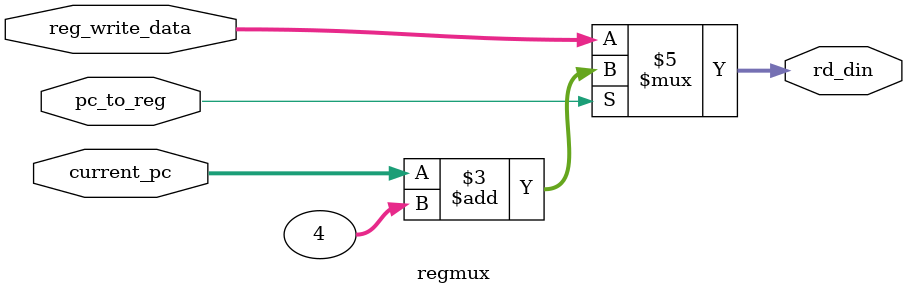
<source format=v>
module regmux(
    input [31:0] current_pc,
    input [31:0] reg_write_data,
    input pc_to_reg,
    output reg [31:0] rd_din);
    
    always @(*) begin
        rd_din=0;

        if(pc_to_reg ==1 )begin
            rd_din = current_pc+4;
        end
        else begin
            rd_din = reg_write_data;
        end
    end

endmodule

</source>
